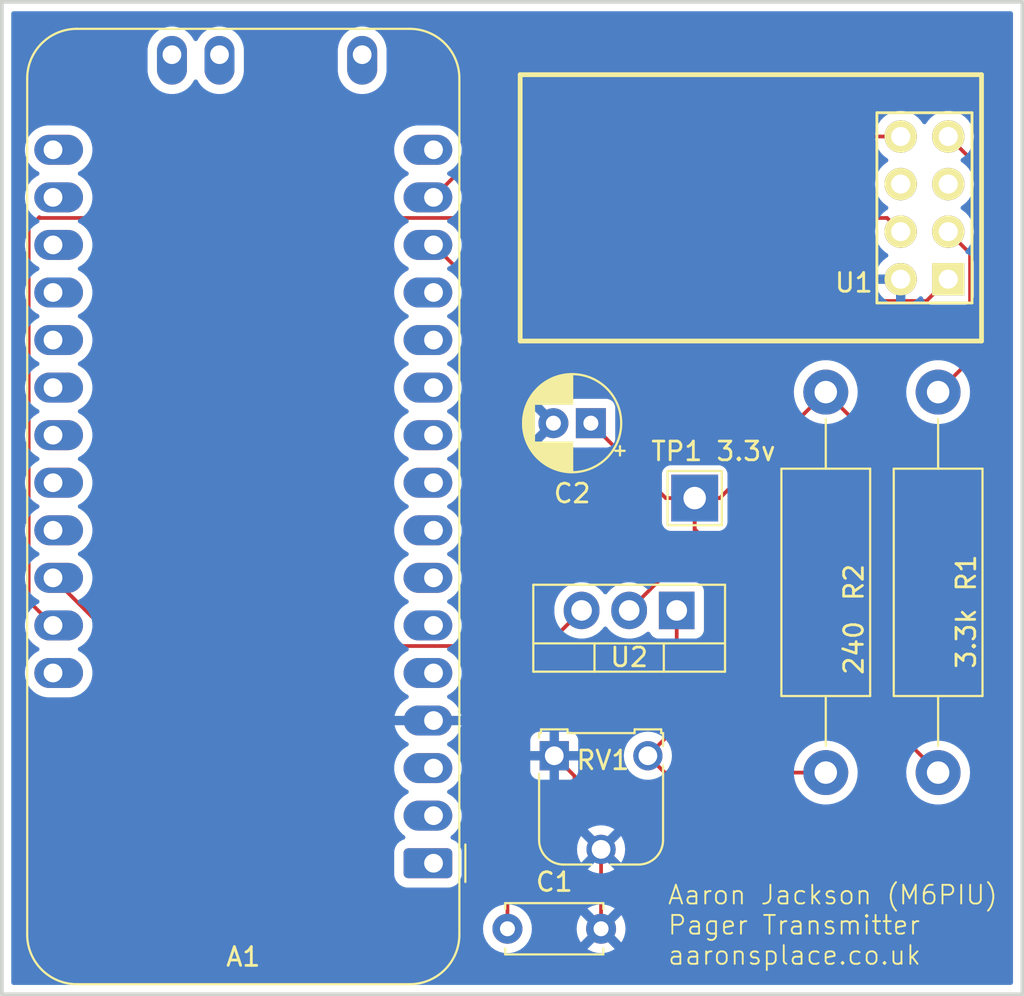
<source format=kicad_pcb>
(kicad_pcb (version 20240108) (generator "pcbnew") (generator_version "8.0")
  (layers (0 "F.Cu" signal) (31 "B.Cu" signal) (34 "B.Paste" user) (35 "F.Paste" user) (36 "B.SilkS" user "B.Silkscreen") (37 "F.SilkS" user "F.Silkscreen") (38 "B.Mask" user) (39 "F.Mask" user) (44 "Edge.Cuts" user))
  (net 0 "")
  (net 1 "3.3V")
  (net 6 "ESP_TX")
  (net 8 "ESP_RX")
  (net 19 "GND")
  (net 22 "5V")
  (net 28 "Net-(U1-CH_PD)")
  (net 31 "ENABLE_FEATHER")
  (net 33 "Net-(U2-ADJ)")
  (footprint "Capacitor_THT:C_Disc_D5.0mm_W2.5mm_P5.00mm" (layer "F.Cu") (at 76 91)
    (property "Reference" "C1" (at 2.5 -2.5 360) (layer "F.SilkS"))
    (property "Value" "0.1u")
    (fp_line (start -0.12 -1.37) (end -0.12 -1.055) (stroke (width 0.12)) (layer "F.SilkS"))
    (fp_line (start -0.12 -1.37) (end 5.12 -1.37) (stroke (width 0.12)) (layer "F.SilkS"))
    (fp_line (start -0.12 1.055) (end -0.12 1.37) (stroke (width 0.12)) (layer "F.SilkS"))
    (fp_line (start -0.12 1.37) (end 5.12 1.37) (stroke (width 0.12)) (layer "F.SilkS"))
    (fp_line (start 5.12 -1.37) (end 5.12 -1.055) (stroke (width 0.12)) (layer "F.SilkS"))
    (fp_line (start 5.12 1.055) (end 5.12 1.37) (stroke (width 0.12)) (layer "F.SilkS"))
    (pad "1" thru_hole circle (at 0 0) (size 1.6 1.6) (drill 0.8) (layers "*.Cu" "*.Mask") (net 22 "5V"))
    (pad "2" thru_hole circle (at 5 0) (size 1.6 1.6) (drill 0.8) (layers "*.Cu" "*.Mask") (net 19 "GND"))
  )
  (footprint "Potentiometer_THT:Potentiometer_Runtron_RM-065_Vertical" (layer "F.Cu") (at 78.5 81.76)
    (property "Reference" "RV1" (at 2.6 0.24 0) (layer "F.SilkS"))
    (property "Value" "5k")
    (fp_line (start -0.81 -1.21) (end -0.81 -0.96) (stroke (width 0.12)) (layer "F.SilkS"))
    (fp_line (start -0.81 4.5) (end -0.81 0.96) (stroke (width 0.12)) (layer "F.SilkS"))
    (fp_line (start -0.71 -1.41) (end -0.71 -1.21) (stroke (width 0.12)) (layer "F.SilkS"))
    (fp_line (start -0.71 -1.41) (end 0.71 -1.41) (stroke (width 0.12)) (layer "F.SilkS"))
    (fp_line (start -0.71 -1.21) (end -0.81 -1.21) (stroke (width 0.12)) (layer "F.SilkS"))
    (fp_line (start 0.71 -1.21) (end 0.71 -1.41) (stroke (width 0.12)) (layer "F.SilkS"))
    (fp_line (start 0.71 -1.21) (end 4.29 -1.21) (stroke (width 0.12)) (layer "F.SilkS"))
    (fp_line (start 1.99 5.81) (end 0.5 5.81) (stroke (width 0.12)) (layer "F.SilkS"))
    (fp_line (start 4.29 -1.41) (end 5.71 -1.41) (stroke (width 0.12)) (layer "F.SilkS"))
    (fp_line (start 4.29 -1.21) (end 4.29 -1.41) (stroke (width 0.12)) (layer "F.SilkS"))
    (fp_line (start 4.5 5.81) (end 3.01 5.81) (stroke (width 0.12)) (layer "F.SilkS"))
    (fp_line (start 5.71 -1.41) (end 5.71 -1.21) (stroke (width 0.12)) (layer "F.SilkS"))
    (fp_line (start 5.71 -1.21) (end 5.81 -1.21) (stroke (width 0.12)) (layer "F.SilkS"))
    (fp_line (start 5.81 -1.21) (end 5.81 -0.52) (stroke (width 0.12)) (layer "F.SilkS"))
    (fp_line (start 5.81 0.52) (end 5.81 4.5) (stroke (width 0.12)) (layer "F.SilkS"))
    (fp_arc (start 0.5 5.81) (mid -0.42631 5.42631) (end -0.81 4.5) (stroke (width 0.12)) (layer "F.SilkS"))
    (fp_arc (start 5.81 4.5) (mid 5.42631 5.42631) (end 4.5 5.81) (stroke (width 0.12)) (layer "F.SilkS"))
    (pad "1" thru_hole rect (at 0 0) (size 1.56 1.56) (drill 1) (layers "*.Cu" "*.Mask") (net 19 "GND"))
    (pad "2" thru_hole circle (at 2.5 5) (size 1.56 1.56) (drill 1) (layers "*.Cu" "*.Mask") (net 19 "GND"))
    (pad "3" thru_hole circle (at 5 0) (size 1.56 1.56) (drill 1) (layers "*.Cu" "*.Mask") (net 33 "Net-(U2-ADJ)"))
  )
  (footprint "ESP8266:ESP-01" (layer "F.Cu") (at 99.54 56.31 180)
    (property "Reference" "U1" (at 5.041 -0.19 180) (layer "F.SilkS"))
    (property "Value" "ESP-01v090")
    (fp_line (start 22.86 10.922) (end -1.778 10.922) (stroke (width 0.254)) (layer "F.SilkS"))
    (fp_line (start 22.86 -3.302) (end 22.86 10.922) (stroke (width 0.254)) (layer "F.SilkS"))
    (fp_line (start 3.81 8.89) (end 3.81 -1.27) (stroke (width 0.1524)) (layer "F.SilkS"))
    (fp_line (start 3.81 -1.27) (end 1.27 -1.27) (stroke (width 0.1524)) (layer "F.SilkS"))
    (fp_line (start 1.27 -1.27) (end -1.27 -1.27) (stroke (width 0.1524)) (layer "F.SilkS"))
    (fp_line (start -1.27 8.89) (end 3.81 8.89) (stroke (width 0.1524)) (layer "F.SilkS"))
    (fp_line (start -1.27 1.27) (end -1.27 8.89) (stroke (width 0.1524)) (layer "F.SilkS"))
    (fp_line (start -1.27 -1.27) (end -1.27 1.27) (stroke (width 0.1524)) (layer "F.SilkS"))
    (fp_line (start -1.778 10.922) (end -1.778 -3.302) (stroke (width 0.254)) (layer "F.SilkS"))
    (fp_line (start -1.778 -3.302) (end 22.86 -3.302) (stroke (width 0.254)) (layer "F.SilkS"))
    (pad "1" thru_hole rect (at 0 0 180) (size 1.7272 1.7272) (drill 1.016) (layers "*.Cu" "*.Mask" "F.SilkS") (net 6 "ESP_TX"))
    (pad "2" thru_hole oval (at 2.54 0 180) (size 1.7272 1.7272) (drill 1.016) (layers "*.Cu" "*.Mask" "F.SilkS") (net 19 "GND"))
    (pad "3" thru_hole oval (at 0 2.54 180) (size 1.7272 1.7272) (drill 1.016) (layers "*.Cu" "*.Mask" "F.SilkS") (net 28 "Net-(U1-CH_PD)"))
    (pad "4" thru_hole oval (at 2.54 2.54 180) (size 1.7272 1.7272) (drill 1.016) (layers "*.Cu" "*.Mask" "F.SilkS") (net 31 "ENABLE_FEATHER"))
    (pad "5" thru_hole oval (at 0 5.08 180) (size 1.7272 1.7272) (drill 1.016) (layers "*.Cu" "*.Mask" "F.SilkS"))
    (pad "6" thru_hole oval (at 2.54 5.08 180) (size 1.7272 1.7272) (drill 1.016) (layers "*.Cu" "*.Mask" "F.SilkS"))
    (pad "7" thru_hole oval (at 0 7.62 180) (size 1.7272 1.7272) (drill 1.016) (layers "*.Cu" "*.Mask" "F.SilkS") (net 1 "3.3V"))
    (pad "8" thru_hole oval (at 2.54 7.62 180) (size 1.7272 1.7272) (drill 1.016) (layers "*.Cu" "*.Mask" "F.SilkS") (net 8 "ESP_RX"))
  )
  (footprint "Resistor_THT:R_Axial_DIN0414_L11.9mm_D4.5mm_P20.32mm_Horizontal" (layer "F.Cu") (at 99 82.66 90)
    (property "Reference" "R1" (at 10.66 1.5 270) (layer "F.SilkS"))
    (property "Value" "3.3k" (at 7.16 1.5 270) (layer "F.SilkS"))
    (fp_line (start 16.23 -2.37) (end 4.09 -2.37) (stroke (width 0.12)) (layer "F.SilkS"))
    (fp_line (start 4.09 -2.37) (end 4.09 2.37) (stroke (width 0.12)) (layer "F.SilkS"))
    (fp_line (start 18.88 0) (end 16.23 0) (stroke (width 0.12)) (layer "F.SilkS"))
    (fp_line (start 1.44 0) (end 4.09 0) (stroke (width 0.12)) (layer "F.SilkS"))
    (fp_line (start 16.23 2.37) (end 16.23 -2.37) (stroke (width 0.12)) (layer "F.SilkS"))
    (fp_line (start 4.09 2.37) (end 16.23 2.37) (stroke (width 0.12)) (layer "F.SilkS"))
    (pad "1" thru_hole circle (at 0 0 90) (size 2.4 2.4) (drill 1.2) (layers "*.Cu" "*.Mask") (net 1 "3.3V"))
    (pad "2" thru_hole oval (at 20.32 0 90) (size 2.4 2.4) (drill 1.2) (layers "*.Cu" "*.Mask") (net 28 "Net-(U1-CH_PD)"))
  )
  (footprint "Resistor_THT:R_Axial_DIN0414_L11.9mm_D4.5mm_P20.32mm_Horizontal" (layer "F.Cu") (at 93 62.34 -90)
    (property "Reference" "R2" (at 10.16 -1.5 90) (layer "F.SilkS"))
    (property "Value" "240" (at 13.66 -1.5 90) (layer "F.SilkS"))
    (fp_line (start 4.09 2.37) (end 16.23 2.37) (stroke (width 0.12)) (layer "F.SilkS"))
    (fp_line (start 16.23 2.37) (end 16.23 -2.37) (stroke (width 0.12)) (layer "F.SilkS"))
    (fp_line (start 1.44 0) (end 4.09 0) (stroke (width 0.12)) (layer "F.SilkS"))
    (fp_line (start 18.88 0) (end 16.23 0) (stroke (width 0.12)) (layer "F.SilkS"))
    (fp_line (start 4.09 -2.37) (end 4.09 2.37) (stroke (width 0.12)) (layer "F.SilkS"))
    (fp_line (start 16.23 -2.37) (end 4.09 -2.37) (stroke (width 0.12)) (layer "F.SilkS"))
    (pad "1" thru_hole circle (at 0 0 270) (size 2.4 2.4) (drill 1.2) (layers "*.Cu" "*.Mask") (net 1 "3.3V"))
    (pad "2" thru_hole oval (at 20.32 0 270) (size 2.4 2.4) (drill 1.2) (layers "*.Cu" "*.Mask") (net 33 "Net-(U2-ADJ)"))
  )
  (footprint "Package_TO_SOT_THT:TO-220-3_Vertical" (layer "F.Cu") (at 85.04 74 180)
    (property "Reference" "U2" (at 2.54 -2.5 180) (layer "F.SilkS"))
    (property "Value" "LM317_TO-220")
    (fp_line (start 7.66 -3.27) (end 7.66 1.371) (stroke (width 0.12)) (layer "F.SilkS"))
    (fp_line (start 4.391 -3.27) (end 4.391 -1.76) (stroke (width 0.12)) (layer "F.SilkS"))
    (fp_line (start 0.69 -3.27) (end 0.69 -1.76) (stroke (width 0.12)) (layer "F.SilkS"))
    (fp_line (start -2.58 1.371) (end 7.66 1.371) (stroke (width 0.12)) (layer "F.SilkS"))
    (fp_line (start -2.58 -1.76) (end 7.66 -1.76) (stroke (width 0.12)) (layer "F.SilkS"))
    (fp_line (start -2.58 -3.27) (end 7.66 -3.27) (stroke (width 0.12)) (layer "F.SilkS"))
    (fp_line (start -2.58 -3.27) (end -2.58 1.371) (stroke (width 0.12)) (layer "F.SilkS"))
    (pad "1" thru_hole rect (at 0 0 180) (size 1.905 2) (drill 1.1) (layers "*.Cu" "*.Mask") (net 33 "Net-(U2-ADJ)"))
    (pad "2" thru_hole oval (at 2.54 0 180) (size 1.905 2) (drill 1.1) (layers "*.Cu" "*.Mask") (net 1 "3.3V"))
    (pad "3" thru_hole oval (at 5.08 0 180) (size 1.905 2) (drill 1.1) (layers "*.Cu" "*.Mask") (net 22 "5V"))
  )
  (footprint "Capacitor_THT:CP_Radial_D5.0mm_P2.00mm" (layer "F.Cu") (at 80.455113 64 180)
    (property "Reference" "C2" (at 1 -3.75 180) (layer "F.SilkS"))
    (property "Value" "1u")
    (fp_line (start 3.601 -0.284) (end 3.601 0.284) (stroke (width 0.12)) (layer "F.SilkS"))
    (fp_line (start 3.561 -0.518) (end 3.561 0.518) (stroke (width 0.12)) (layer "F.SilkS"))
    (fp_line (start 3.521 -0.677) (end 3.521 0.677) (stroke (width 0.12)) (layer "F.SilkS"))
    (fp_line (start 3.481 -0.805) (end 3.481 0.805) (stroke (width 0.12)) (layer "F.SilkS"))
    (fp_line (start 3.441 -0.915) (end 3.441 0.915) (stroke (width 0.12)) (layer "F.SilkS"))
    (fp_line (start 3.401 -1.011) (end 3.401 1.011) (stroke (width 0.12)) (layer "F.SilkS"))
    (fp_line (start 3.361 -1.098) (end 3.361 1.098) (stroke (width 0.12)) (layer "F.SilkS"))
    (fp_line (start 3.321 -1.178) (end 3.321 1.178) (stroke (width 0.12)) (layer "F.SilkS"))
    (fp_line (start 3.281 -1.251) (end 3.281 1.251) (stroke (width 0.12)) (layer "F.SilkS"))
    (fp_line (start 3.241 -1.319) (end 3.241 1.319) (stroke (width 0.12)) (layer "F.SilkS"))
    (fp_line (start 3.201 -1.383) (end 3.201 1.383) (stroke (width 0.12)) (layer "F.SilkS"))
    (fp_line (start 3.161 -1.443) (end 3.161 1.443) (stroke (width 0.12)) (layer "F.SilkS"))
    (fp_line (start 3.121 -1.5) (end 3.121 1.5) (stroke (width 0.12)) (layer "F.SilkS"))
    (fp_line (start 3.081 -1.554) (end 3.081 1.554) (stroke (width 0.12)) (layer "F.SilkS"))
    (fp_line (start 3.041 -1.605) (end 3.041 1.605) (stroke (width 0.12)) (layer "F.SilkS"))
    (fp_line (start 3.001 1.04) (end 3.001 1.653) (stroke (width 0.12)) (layer "F.SilkS"))
    (fp_line (start 3.001 -1.653) (end 3.001 -1.04) (stroke (width 0.12)) (layer "F.SilkS"))
    (fp_line (start 2.961 1.04) (end 2.961 1.699) (stroke (width 0.12)) (layer "F.SilkS"))
    (fp_line (start 2.961 -1.699) (end 2.961 -1.04) (stroke (width 0.12)) (layer "F.SilkS"))
    (fp_line (start 2.921 1.04) (end 2.921 1.743) (stroke (width 0.12)) (layer "F.SilkS"))
    (fp_line (start 2.921 -1.743) (end 2.921 -1.04) (stroke (width 0.12)) (layer "F.SilkS"))
    (fp_line (start 2.881 1.04) (end 2.881 1.785) (stroke (width 0.12)) (layer "F.SilkS"))
    (fp_line (start 2.881 -1.785) (end 2.881 -1.04) (stroke (width 0.12)) (layer "F.SilkS"))
    (fp_line (start 2.841 1.04) (end 2.841 1.826) (stroke (width 0.12)) (layer "F.SilkS"))
    (fp_line (start 2.841 -1.826) (end 2.841 -1.04) (stroke (width 0.12)) (layer "F.SilkS"))
    (fp_line (start 2.801 1.04) (end 2.801 1.864) (stroke (width 0.12)) (layer "F.SilkS"))
    (fp_line (start 2.801 -1.864) (end 2.801 -1.04) (stroke (width 0.12)) (layer "F.SilkS"))
    (fp_line (start 2.761 1.04) (end 2.761 1.901) (stroke (width 0.12)) (layer "F.SilkS"))
    (fp_line (start 2.761 -1.901) (end 2.761 -1.04) (stroke (width 0.12)) (layer "F.SilkS"))
    (fp_line (start 2.721 1.04) (end 2.721 1.937) (stroke (width 0.12)) (layer "F.SilkS"))
    (fp_line (start 2.721 -1.937) (end 2.721 -1.04) (stroke (width 0.12)) (layer "F.SilkS"))
    (fp_line (start 2.681 1.04) (end 2.681 1.971) (stroke (width 0.12)) (layer "F.SilkS"))
    (fp_line (start 2.681 -1.971) (end 2.681 -1.04) (stroke (width 0.12)) (layer "F.SilkS"))
    (fp_line (start 2.641 1.04) (end 2.641 2.004) (stroke (width 0.12)) (layer "F.SilkS"))
    (fp_line (start 2.641 -2.004) (end 2.641 -1.04) (stroke (width 0.12)) (layer "F.SilkS"))
    (fp_line (start 2.601 1.04) (end 2.601 2.035) (stroke (width 0.12)) (layer "F.SilkS"))
    (fp_line (start 2.601 -2.035) (end 2.601 -1.04) (stroke (width 0.12)) (layer "F.SilkS"))
    (fp_line (start 2.561 1.04) (end 2.561 2.065) (stroke (width 0.12)) (layer "F.SilkS"))
    (fp_line (start 2.561 -2.065) (end 2.561 -1.04) (stroke (width 0.12)) (layer "F.SilkS"))
    (fp_line (start 2.521 1.04) (end 2.521 2.095) (stroke (width 0.12)) (layer "F.SilkS"))
    (fp_line (start 2.521 -2.095) (end 2.521 -1.04) (stroke (width 0.12)) (layer "F.SilkS"))
    (fp_line (start 2.481 1.04) (end 2.481 2.122) (stroke (width 0.12)) (layer "F.SilkS"))
    (fp_line (start 2.481 -2.122) (end 2.481 -1.04) (stroke (width 0.12)) (layer "F.SilkS"))
    (fp_line (start 2.441 1.04) (end 2.441 2.149) (stroke (width 0.12)) (layer "F.SilkS"))
    (fp_line (start 2.441 -2.149) (end 2.441 -1.04) (stroke (width 0.12)) (layer "F.SilkS"))
    (fp_line (start 2.401 1.04) (end 2.401 2.175) (stroke (width 0.12)) (layer "F.SilkS"))
    (fp_line (start 2.401 -2.175) (end 2.401 -1.04) (stroke (width 0.12)) (layer "F.SilkS"))
    (fp_line (start 2.361 1.04) (end 2.361 2.2) (stroke (width 0.12)) (layer "F.SilkS"))
    (fp_line (start 2.361 -2.2) (end 2.361 -1.04) (stroke (width 0.12)) (layer "F.SilkS"))
    (fp_line (start 2.321 1.04) (end 2.321 2.224) (stroke (width 0.12)) (layer "F.SilkS"))
    (fp_line (start 2.321 -2.224) (end 2.321 -1.04) (stroke (width 0.12)) (layer "F.SilkS"))
    (fp_line (start 2.281 1.04) (end 2.281 2.247) (stroke (width 0.12)) (layer "F.SilkS"))
    (fp_line (start 2.281 -2.247) (end 2.281 -1.04) (stroke (width 0.12)) (layer "F.SilkS"))
    (fp_line (start 2.241 1.04) (end 2.241 2.268) (stroke (width 0.12)) (layer "F.SilkS"))
    (fp_line (start 2.241 -2.268) (end 2.241 -1.04) (stroke (width 0.12)) (layer "F.SilkS"))
    (fp_line (start 2.201 1.04) (end 2.201 2.29) (stroke (width 0.12)) (layer "F.SilkS"))
    (fp_line (start 2.201 -2.29) (end 2.201 -1.04) (stroke (width 0.12)) (layer "F.SilkS"))
    (fp_line (start 2.161 1.04) (end 2.161 2.31) (stroke (width 0.12)) (layer "F.SilkS"))
    (fp_line (start 2.161 -2.31) (end 2.161 -1.04) (stroke (width 0.12)) (layer "F.SilkS"))
    (fp_line (start 2.121 1.04) (end 2.121 2.329) (stroke (width 0.12)) (layer "F.SilkS"))
    (fp_line (start 2.121 -2.329) (end 2.121 -1.04) (stroke (width 0.12)) (layer "F.SilkS"))
    (fp_line (start 2.081 1.04) (end 2.081 2.348) (stroke (width 0.12)) (layer "F.SilkS"))
    (fp_line (start 2.081 -2.348) (end 2.081 -1.04) (stroke (width 0.12)) (layer "F.SilkS"))
    (fp_line (start 2.041 1.04) (end 2.041 2.365) (stroke (width 0.12)) (layer "F.SilkS"))
    (fp_line (start 2.041 -2.365) (end 2.041 -1.04) (stroke (width 0.12)) (layer "F.SilkS"))
    (fp_line (start 2.001 1.04) (end 2.001 2.382) (stroke (width 0.12)) (layer "F.SilkS"))
    (fp_line (start 2.001 -2.382) (end 2.001 -1.04) (stroke (width 0.12)) (layer "F.SilkS"))
    (fp_line (start 1.961 1.04) (end 1.961 2.398) (stroke (width 0.12)) (layer "F.SilkS"))
    (fp_line (start 1.961 -2.398) (end 1.961 -1.04) (stroke (width 0.12)) (layer "F.SilkS"))
    (fp_line (start 1.921 1.04) (end 1.921 2.414) (stroke (width 0.12)) (layer "F.SilkS"))
    (fp_line (start 1.921 -2.414) (end 1.921 -1.04) (stroke (width 0.12)) (layer "F.SilkS"))
    (fp_line (start 1.881 1.04) (end 1.881 2.428) (stroke (width 0.12)) (layer "F.SilkS"))
    (fp_line (start 1.881 -2.428) (end 1.881 -1.04) (stroke (width 0.12)) (layer "F.SilkS"))
    (fp_line (start 1.841 1.04) (end 1.841 2.442) (stroke (width 0.12)) (layer "F.SilkS"))
    (fp_line (start 1.841 -2.442) (end 1.841 -1.04) (stroke (width 0.12)) (layer "F.SilkS"))
    (fp_line (start 1.801 1.04) (end 1.801 2.455) (stroke (width 0.12)) (layer "F.SilkS"))
    (fp_line (start 1.801 -2.455) (end 1.801 -1.04) (stroke (width 0.12)) (layer "F.SilkS"))
    (fp_line (start 1.761 1.04) (end 1.761 2.468) (stroke (width 0.12)) (layer "F.SilkS"))
    (fp_line (start 1.761 -2.468) (end 1.761 -1.04) (stroke (width 0.12)) (layer "F.SilkS"))
    (fp_line (start 1.721 1.04) (end 1.721 2.48) (stroke (width 0.12)) (layer "F.SilkS"))
    (fp_line (start 1.721 -2.48) (end 1.721 -1.04) (stroke (width 0.12)) (layer "F.SilkS"))
    (fp_line (start 1.68 1.04) (end 1.68 2.491) (stroke (width 0.12)) (layer "F.SilkS"))
    (fp_line (start 1.68 -2.491) (end 1.68 -1.04) (stroke (width 0.12)) (layer "F.SilkS"))
    (fp_line (start 1.64 1.04) (end 1.64 2.501) (stroke (width 0.12)) (layer "F.SilkS"))
    (fp_line (start 1.64 -2.501) (end 1.64 -1.04) (stroke (width 0.12)) (layer "F.SilkS"))
    (fp_line (start 1.6 1.04) (end 1.6 2.511) (stroke (width 0.12)) (layer "F.SilkS"))
    (fp_line (start 1.6 -2.511) (end 1.6 -1.04) (stroke (width 0.12)) (layer "F.SilkS"))
    (fp_line (start 1.56 1.04) (end 1.56 2.52) (stroke (width 0.12)) (layer "F.SilkS"))
    (fp_line (start 1.56 -2.52) (end 1.56 -1.04) (stroke (width 0.12)) (layer "F.SilkS"))
    (fp_line (start 1.52 1.04) (end 1.52 2.528) (stroke (width 0.12)) (layer "F.SilkS"))
    (fp_line (start 1.52 -2.528) (end 1.52 -1.04) (stroke (width 0.12)) (layer "F.SilkS"))
    (fp_line (start 1.48 1.04) (end 1.48 2.536) (stroke (width 0.12)) (layer "F.SilkS"))
    (fp_line (start 1.48 -2.536) (end 1.48 -1.04) (stroke (width 0.12)) (layer "F.SilkS"))
    (fp_line (start 1.44 1.04) (end 1.44 2.543) (stroke (width 0.12)) (layer "F.SilkS"))
    (fp_line (start 1.44 -2.543) (end 1.44 -1.04) (stroke (width 0.12)) (layer "F.SilkS"))
    (fp_line (start 1.4 1.04) (end 1.4 2.55) (stroke (width 0.12)) (layer "F.SilkS"))
    (fp_line (start 1.4 -2.55) (end 1.4 -1.04) (stroke (width 0.12)) (layer "F.SilkS"))
    (fp_line (start 1.36 1.04) (end 1.36 2.556) (stroke (width 0.12)) (layer "F.SilkS"))
    (fp_line (start 1.36 -2.556) (end 1.36 -1.04) (stroke (width 0.12)) (layer "F.SilkS"))
    (fp_line (start 1.32 1.04) (end 1.32 2.561) (stroke (width 0.12)) (layer "F.SilkS"))
    (fp_line (start 1.32 -2.561) (end 1.32 -1.04) (stroke (width 0.12)) (layer "F.SilkS"))
    (fp_line (start 1.28 1.04) (end 1.28 2.565) (stroke (width 0.12)) (layer "F.SilkS"))
    (fp_line (start 1.28 -2.565) (end 1.28 -1.04) (stroke (width 0.12)) (layer "F.SilkS"))
    (fp_line (start 1.24 1.04) (end 1.24 2.569) (stroke (width 0.12)) (layer "F.SilkS"))
    (fp_line (start 1.24 -2.569) (end 1.24 -1.04) (stroke (width 0.12)) (layer "F.SilkS"))
    (fp_line (start 1.2 1.04) (end 1.2 2.573) (stroke (width 0.12)) (layer "F.SilkS"))
    (fp_line (start 1.2 -2.573) (end 1.2 -1.04) (stroke (width 0.12)) (layer "F.SilkS"))
    (fp_line (start 1.16 1.04) (end 1.16 2.576) (stroke (width 0.12)) (layer "F.SilkS"))
    (fp_line (start 1.16 -2.576) (end 1.16 -1.04) (stroke (width 0.12)) (layer "F.SilkS"))
    (fp_line (start 1.12 1.04) (end 1.12 2.578) (stroke (width 0.12)) (layer "F.SilkS"))
    (fp_line (start 1.12 -2.578) (end 1.12 -1.04) (stroke (width 0.12)) (layer "F.SilkS"))
    (fp_line (start 1.08 1.04) (end 1.08 2.579) (stroke (width 0.12)) (layer "F.SilkS"))
    (fp_line (start 1.08 -2.579) (end 1.08 -1.04) (stroke (width 0.12)) (layer "F.SilkS"))
    (fp_line (start 1.04 1.04) (end 1.04 2.58) (stroke (width 0.12)) (layer "F.SilkS"))
    (fp_line (start 1.04 -2.58) (end 1.04 -1.04) (stroke (width 0.12)) (layer "F.SilkS"))
    (fp_line (start 1 1.04) (end 1 2.58) (stroke (width 0.12)) (layer "F.SilkS"))
    (fp_line (start 1 -2.58) (end 1 -1.04) (stroke (width 0.12)) (layer "F.SilkS"))
    (fp_line (start -1.554775 -1.725) (end -1.554775 -1.225) (stroke (width 0.12)) (layer "F.SilkS"))
    (fp_line (start -1.804775 -1.475) (end -1.304775 -1.475) (stroke (width 0.12)) (layer "F.SilkS"))
    (fp_circle (center 1 0) (end 3.62 0) (stroke (width 0.12)) (fill none) (layer "F.SilkS"))
    (pad "1" thru_hole rect (at 0 0 180) (size 1.6 1.6) (drill 0.8) (layers "*.Cu" "*.Mask") (net 1 "3.3V"))
    (pad "2" thru_hole circle (at 2 0 180) (size 1.6 1.6) (drill 0.8) (layers "*.Cu" "*.Mask") (net 19 "GND"))
  )
  (footprint "Module:Adafruit_Feather_32u4_RFM" (layer "F.Cu") (at 72.0525 87.5 180)
    (property "Reference" "A1" (at 10.16 -5 180) (layer "F.SilkS"))
    (property "Value" "Adafruit_Feather_32u4_Lora433MHz")
    (fp_line (start 21.7 -3.81) (end 21.7 41.91) (stroke (width 0.12)) (layer "F.SilkS"))
    (fp_line (start 19.05 44.56) (end 1.27 44.56) (stroke (width 0.12)) (layer "F.SilkS"))
    (fp_line (start 19.05 -6.46) (end 1.27 -6.46) (stroke (width 0.12)) (layer "F.SilkS"))
    (fp_line (start -1.38 -3.81) (end -1.38 41.91) (stroke (width 0.12)) (layer "F.SilkS"))
    (fp_line (start -1.7 1) (end -1.7 -1) (stroke (width 0.12)) (layer "F.SilkS"))
    (fp_arc (start 21.7 41.91) (mid 20.923833 43.783833) (end 19.05 44.56) (stroke (width 0.12)) (layer "F.SilkS"))
    (fp_arc (start 19.05 -6.46) (mid 20.923833 -5.683833) (end 21.7 -3.81) (stroke (width 0.12)) (layer "F.SilkS"))
    (fp_arc (start 1.27 44.56) (mid -0.603833 43.783833) (end -1.38 41.91) (stroke (width 0.12)) (layer "F.SilkS"))
    (fp_arc (start -1.38 -3.81) (mid -0.603833 -5.683833) (end 1.27 -6.46) (stroke (width 0.12)) (layer "F.SilkS"))
    (pad "1" thru_hole roundrect (at 0 0 180) (size 2.6 1.6) (drill 1 (offset 0.3 0)) (layers "*.Cu" "*.Mask") (roundrect_rratio 0.15625))
    (pad "2" thru_hole oval (at 0 2.54 180) (size 2.6 1.6) (drill 1 (offset 0.3 0)) (layers "*.Cu" "*.Mask"))
    (pad "3" thru_hole oval (at 0 5.08 180) (size 2.6 1.6) (drill 1 (offset 0.3 0)) (layers "*.Cu" "*.Mask"))
    (pad "4" thru_hole oval (at 0 7.62 180) (size 2.6 1.6) (drill 1 (offset 0.3 0)) (layers "*.Cu" "*.Mask") (net 19 "GND"))
    (pad "5" thru_hole oval (at 0 10.16 180) (size 2.6 1.6) (drill 1 (offset 0.3 0)) (layers "*.Cu" "*.Mask"))
    (pad "6" thru_hole oval (at 0 12.7 180) (size 2.6 1.6) (drill 1 (offset 0.3 0)) (layers "*.Cu" "*.Mask"))
    (pad "7" thru_hole oval (at 0 15.24 180) (size 2.6 1.6) (drill 1 (offset 0.3 0)) (layers "*.Cu" "*.Mask"))
    (pad "8" thru_hole oval (at 0 17.78 180) (size 2.6 1.6) (drill 1 (offset 0.3 0)) (layers "*.Cu" "*.Mask"))
    (pad "9" thru_hole oval (at 0 20.32 180) (size 2.6 1.6) (drill 1 (offset 0.3 0)) (layers "*.Cu" "*.Mask"))
    (pad "10" thru_hole oval (at 0 22.86 180) (size 2.6 1.6) (drill 1 (offset 0.3 0)) (layers "*.Cu" "*.Mask"))
    (pad "11" thru_hole oval (at 0 25.4 180) (size 2.6 1.6) (drill 1 (offset 0.3 0)) (layers "*.Cu" "*.Mask"))
    (pad "12" thru_hole oval (at 0 27.94 180) (size 2.6 1.6) (drill 1 (offset 0.3 0)) (layers "*.Cu" "*.Mask"))
    (pad "13" thru_hole oval (at 0 30.48 180) (size 2.6 1.6) (drill 1 (offset 0.3 0)) (layers "*.Cu" "*.Mask"))
    (pad "14" thru_hole oval (at 0 33.02 180) (size 2.6 1.6) (drill 1 (offset 0.3 0)) (layers "*.Cu" "*.Mask") (net 6 "ESP_TX"))
    (pad "15" thru_hole oval (at 0 35.56 180) (size 2.6 1.6) (drill 1 (offset 0.3 0)) (layers "*.Cu" "*.Mask") (net 8 "ESP_RX"))
    (pad "16" thru_hole oval (at 0 38.1 180) (size 2.6 1.6) (drill 1 (offset 0.3 0)) (layers "*.Cu" "*.Mask"))
    (pad "17" thru_hole oval (at 20.32 38.1) (size 2.6 1.6) (drill 1 (offset 0.3 0)) (layers "*.Cu" "*.Mask"))
    (pad "18" thru_hole oval (at 20.32 35.56) (size 2.6 1.6) (drill 1 (offset 0.3 0)) (layers "*.Cu" "*.Mask"))
    (pad "19" thru_hole oval (at 20.32 33.02) (size 2.6 1.6) (drill 1 (offset 0.3 0)) (layers "*.Cu" "*.Mask"))
    (pad "20" thru_hole oval (at 20.32 30.48) (size 2.6 1.6) (drill 1 (offset 0.3 0)) (layers "*.Cu" "*.Mask"))
    (pad "21" thru_hole oval (at 20.32 27.94) (size 2.6 1.6) (drill 1 (offset 0.3 0)) (layers "*.Cu" "*.Mask"))
    (pad "22" thru_hole oval (at 20.32 25.4) (size 2.6 1.6) (drill 1 (offset 0.3 0)) (layers "*.Cu" "*.Mask"))
    (pad "23" thru_hole oval (at 20.32 22.86) (size 2.6 1.6) (drill 1 (offset 0.3 0)) (layers "*.Cu" "*.Mask"))
    (pad "24" thru_hole oval (at 20.32 20.32) (size 2.6 1.6) (drill 1 (offset 0.3 0)) (layers "*.Cu" "*.Mask"))
    (pad "25" thru_hole oval (at 20.32 17.78) (size 2.6 1.6) (drill 1 (offset 0.3 0)) (layers "*.Cu" "*.Mask"))
    (pad "26" thru_hole oval (at 20.32 15.24) (size 2.6 1.6) (drill 1 (offset 0.3 0)) (layers "*.Cu" "*.Mask") (net 22 "5V"))
    (pad "27" thru_hole oval (at 20.32 12.7) (size 2.6 1.6) (drill 1 (offset 0.3 0)) (layers "*.Cu" "*.Mask") (net 31 "ENABLE_FEATHER"))
    (pad "28" thru_hole oval (at 20.32 10.16) (size 2.6 1.6) (drill 1 (offset 0.3 0)) (layers "*.Cu" "*.Mask"))
    (pad "29" thru_hole oval (at 3.81 43.18 270) (size 2.6 1.6) (drill 1 (offset 0.3 0)) (layers "*.Cu" "*.Mask"))
    (pad "30" thru_hole oval (at 11.43 43.18 270) (size 2.6 1.6) (drill 1 (offset 0.3 0)) (layers "*.Cu" "*.Mask"))
    (pad "31" thru_hole oval (at 13.97 43.18 270) (size 2.6 1.6) (drill 1 (offset 0.3 0)) (layers "*.Cu" "*.Mask"))
  )
  (footprint "TestPoint:TestPoint_THTPad_2.5x2.5mm_Drill1.2mm" (layer "F.Cu") (at 86 68)
    (property "Reference" "TP1 3.3v" (at 1 -2.5 0) (layer "F.SilkS"))
    (property "Value" "Keystone 4952")
    (fp_line (start -1.45 -1.45) (end 1.45 -1.45) (stroke (width 0.12)) (layer "F.SilkS"))
    (fp_line (start -1.45 1.45) (end -1.45 -1.45) (stroke (width 0.12)) (layer "F.SilkS"))
    (fp_line (start 1.45 -1.45) (end 1.45 1.45) (stroke (width 0.12)) (layer "F.SilkS"))
    (fp_line (start 1.45 1.45) (end -1.45 1.45) (stroke (width 0.12)) (layer "F.SilkS"))
    (pad "1" thru_hole rect (at 0 0) (size 2.5 2.5) (drill 1.2) (layers "*.Cu" "*.Mask") (net 1 "3.3V"))
  )
  (gr_rect (start 49 41.5) (end 103.5 94.5) (stroke (width 0.2)) (fill none) (layer "Edge.Cuts"))
  (gr_text "Aaron Jackson (M6PIU)\nPager Transmitter\naaronsplace.co.uk\n" (at 84.5 93 0) (layer "F.SilkS") (effects (font (size 1 1) (thickness 0.1)) (justify left bottom)))
  (segment (start 93 62.34) (end 96.16 65.5) (width 0.2) (layer "F.Cu") (net 1))
  (segment (start 93 62.34) (end 87.34 68) (width 0.2) (layer "F.Cu") (net 1))
  (segment (start 84.455113 68) (end 80.455113 64) (width 0.2) (layer "F.Cu") (net 1))
  (segment (start 101.5 65.5) (end 101.5 50.649) (width 0.2) (layer "F.Cu") (net 1))
  (segment (start 86 69.66) (end 86 68) (width 0.2) (layer "F.Cu") (net 1))
  (segment (start 96.16 65.5) (end 101.5 65.5) (width 0.2) (layer "F.Cu") (net 1))
  (segment (start 86 68) (end 84.455113 68) (width 0.2) (layer "F.Cu") (net 1))
  (segment (start 99 82.66) (end 86 69.66) (width 0.2) (layer "F.Cu") (net 1))
  (segment (start 86 68) (end 86 70.5) (width 0.2) (layer "F.Cu") (net 1))
  (segment (start 101.5 50.649) (end 99.541 48.69) (width 0.2) (layer "F.Cu") (net 1))
  (segment (start 86 70.5) (end 82.5 74) (width 0.2) (layer "F.Cu") (net 1))
  (segment (start 87.34 68) (end 86 68) (width 0.2) (layer "F.Cu") (net 1))
  (segment (start 75.0461 57.4736) (end 72.0525 54.48) (width 0.2) (layer "F.Cu") (net 6))
  (segment (start 98.3774 57.4736) (end 75.0461 57.4736) (width 0.2) (layer "F.Cu") (net 6))
  (segment (start 99.541 56.31) (end 98.3774 57.4736) (width 0.2) (layer "F.Cu") (net 6))
  (segment (start 75.3025 48.69) (end 72.0525 51.94) (width 0.2) (layer "F.Cu") (net 8))
  (segment (start 97.001 48.69) (end 75.3025 48.69) (width 0.2) (layer "F.Cu") (net 8))
  (segment (start 78.5 81.76) (end 79.58 82.84) (width 0.2) (layer "F.Cu") (net 19))
  (segment (start 79.58 85.34) (end 81 86.76) (width 0.2) (layer "F.Cu") (net 19))
  (segment (start 79.58 82.84) (end 79.58 85.34) (width 0.2) (layer "F.Cu") (net 19))
  (segment (start 81 91) (end 81 86.76) (width 0.2) (layer "F.Cu") (net 19))
  (segment (start 76 78) (end 76 77.96) (width 0.2) (layer "F.Cu") (net 22))
  (segment (start 73.9 75.9) (end 55.3725 75.9) (width 0.2) (layer "F.Cu") (net 22))
  (segment (start 76 78) (end 73.9 75.9) (width 0.2) (layer "F.Cu") (net 22))
  (segment (start 76 91) (end 76 78) (width 0.2) (layer "F.Cu") (net 22))
  (segment (start 76 77.96) (end 79.96 74) (width 0.2) (layer "F.Cu") (net 22))
  (segment (start 53.18 72.26) (end 52.92 72) (width 0.2) (layer "F.Cu") (net 22))
  (segment (start 55.3725 75.9) (end 51.7325 72.26) (width 0.2) (layer "F.Cu") (net 22))
  (segment (start 53.18 72.26) (end 52.84 72.6) (width 0.2) (layer "F.Cu") (net 22))
  (segment (start 100.7046 54.9336) (end 99.541 53.77) (width 0.2) (layer "F.Cu") (net 28))
  (segment (start 99 62.34) (end 100.7046 60.6354) (width 0.2) (layer "F.Cu") (net 28))
  (segment (start 100.7046 60.6354) (end 100.7046 54.9336) (width 0.2) (layer "F.Cu") (net 28))
  (segment (start 51.7325 74.8) (end 50.4325 73.5) (width 0.2) (layer "F.Cu") (net 31))
  (segment (start 50.4325 73.5) (end 50.4325 53.5675) (width 0.2) (layer "F.Cu") (net 31))
  (segment (start 96.271 53.04) (end 97.001 53.77) (width 0.2) (layer "F.Cu") (net 31))
  (segment (start 51 53) (end 51.04 53.04) (width 0.2) (layer "F.Cu") (net 31))
  (segment (start 50.4325 53.5675) (end 51 53) (width 0.2) (layer "F.Cu") (net 31))
  (segment (start 51.04 53.04) (end 96.271 53.04) (width 0.2) (layer "F.Cu") (net 31))
  (segment (start 85 74.485) (end 85.04 74.445) (width 0.2) (layer "F.Cu") (net 33))
  (segment (start 84.4 82.66) (end 83.5 81.76) (width 0.2) (layer "F.Cu") (net 33))
  (segment (start 83.5 81.76) (end 85.04 80.22) (width 0.2) (layer "F.Cu") (net 33))
  (segment (start 85.04 80.22) (end 85.04 74) (width 0.2) (layer "F.Cu") (net 33))
  (segment (start 93 82.66) (end 84.4 82.66) (width 0.2) (layer "F.Cu") (net 33))
  (zone (net 19) (net_name "GND") (layer "B.Cu") (priority 1) (connect_pads (clearance 0.5)) (min_thickness 0.25) (fill yes (thermal_gap 0.5) (thermal_bridge_width 0.5))
    (polygon (pts (xy 103.5 94.5) (xy 103.5 41.5) (xy 49 41.5) (xy 49 94.5)))
  )
)
</source>
